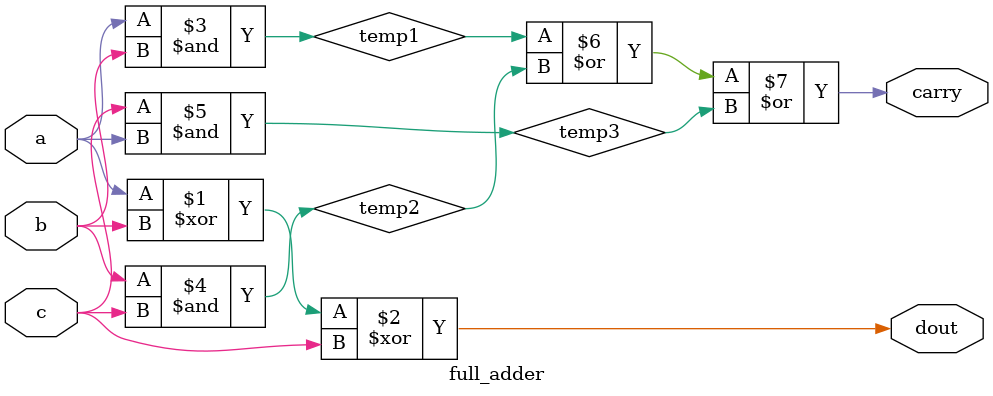
<source format=v>
`timescale 1ns / 1ps

module adder_subtractor(
    input [15:0] a,
    input [15:0] b,
    input wire sel,
    output [15:0] dout,
    output carry_borrow
);

    wire [15:0] s;
    wire [16:0] l;
    xor(l[0], b[0], sel);
    xor(l[1], b[1], sel);
    xor(l[2], b[2], sel);
    xor(l[3], b[3], sel);
    xor(l[4], b[4], sel);
    xor(l[5], b[5], sel);
    xor(l[6], b[6], sel);
    xor(l[7], b[7], sel);
    xor(l[8], b[8], sel);
    xor(l[9], b[9], sel);
    xor(l[10], b[10], sel);
    xor(l[11], b[11], sel);
    xor(l[12], b[12], sel);
    xor(l[13], b[13], sel);
    xor(l[14], b[14], sel);
    xor(l[15], b[15], sel);
    xor(l[16], 0, sel);
    // assign l = {1'b0, b} ^ {16{sel}};
    // 16-bit two's complement of b based on sel

    full_adder f0(a[0], l[0], sel, dout[0], s[0]);
    full_adder f1(a[1], l[1], s[0], dout[1], s[1]);
    full_adder f2(a[2], l[2], s[1], dout[2], s[2]);
    full_adder f3(a[3], l[3], s[2], dout[3], s[3]);
    full_adder f4(a[4], l[4], s[3], dout[4], s[4]);
    full_adder f5(a[5], l[5], s[4], dout[5], s[5]);
    full_adder f6(a[6], l[6], s[5], dout[6], s[6]);
    full_adder f7(a[7], l[7], s[6], dout[7], s[7]);
    full_adder f8(a[8], l[8], s[7], dout[8], s[8]);
    full_adder f9(a[9], l[9], s[8], dout[9], s[9]);
    full_adder f10(a[10], l[10], s[9], dout[10], s[10]);
    full_adder f11(a[11], l[11], s[10], dout[11], s[11]);
    full_adder f12(a[12], l[12], s[11], dout[12], s[12]);
    full_adder f13(a[13], l[13], s[12], dout[13], s[13]);
    full_adder f14(a[14], l[14], s[13], dout[14], s[14]);
    full_adder f15(a[15], l[15], s[14], dout[15], carry_borrow);

endmodule

module full_adder (
    input a,
    input b,
    input c,
    output dout,
    output carry
);
    wire temp1;
    wire temp2;
    wire temp3; 
    xor(dout, a, b, c);
    and(temp1, a, b);
    and(temp2, b, c);
    and(temp3, c, a);
    or(carry, temp1, temp2, temp3);
    // assign carry = (a & b) | (b & c) | (c & a);

endmodule

</source>
